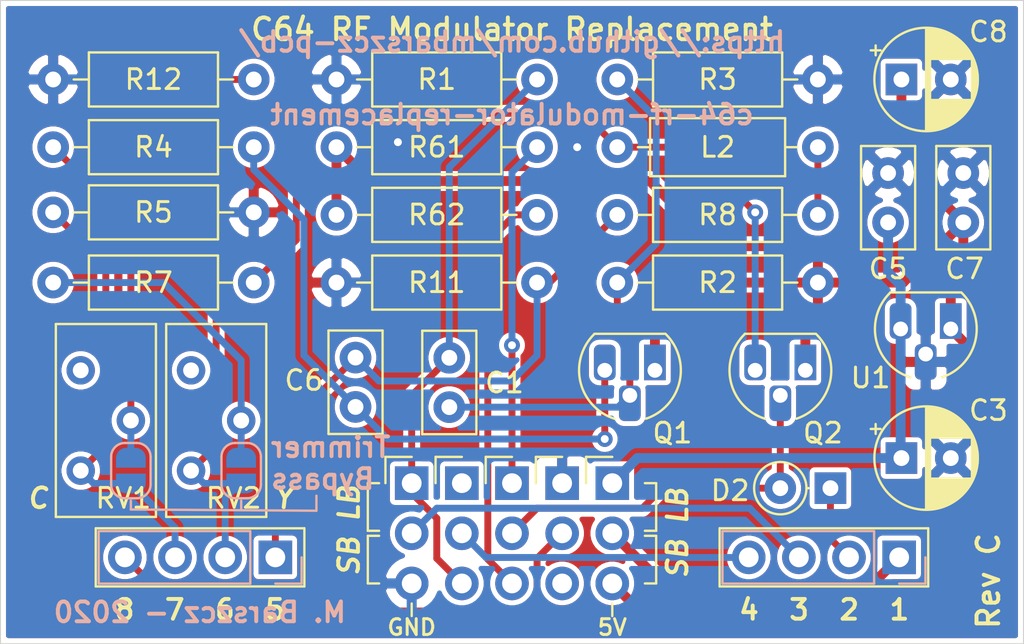
<source format=kicad_pcb>
(kicad_pcb (version 20171130) (host pcbnew "(5.1.5)-3")
  (layers (0 F.Cu signal) (31 B.Cu signal) (34 B.Paste user) (35 F.Paste user) (36 B.SilkS user) (37 F.SilkS user) (38 B.Mask user) (39 F.Mask user) (44 Edge.Cuts user))
  (net 0 "")
  (net 1 "Net-(C1-Pad2)")
  (net 2 GND)
  (net 3 9VUnreg)
  (net 4 "Net-(C6-Pad1)")
  (net 5 5V)
  (net 6 R6)
  (net 7 LumaIn)
  (net 8 "Net-(J1-Pad4)")
  (net 9 "Net-(J1-Pad3)")
  (net 10 "Net-(J1-Pad1)")
  (net 11 "Net-(J2-Pad4)")
  (net 12 ChromaOut)
  (net 13 LumaOut)
  (net 14 CompositeOut)
  (net 15 ChromaIn)
  (net 16 "Net-(JP5-Pad3)")
  (net 17 "Net-(JP5-Pad1)")
  (net 18 "Net-(L2-Pad1)")
  (net 19 "Net-(JP6-Pad1)")
  (net 20 "Net-(L2-Pad2)")
  (net 21 "Net-(JP7-Pad1)")
  (module Potentiometer_THT:Potentiometer_Bourns_3296Y_Vertical (layer F.Cu) (at 188.9887 123.19 90)
    (fp_text reference RV2 (at -6.477 2.159) (layer F.SilkS))
    (fp_text value 220)
    (pad 3 thru_hole circle (at -5.08 0 90) (size 1.44 1.44) (drill 0.8) (layers *.Cu *.Mask) (net 13 LumaOut))
    (pad 2 thru_hole circle (at -2.54 2.54 90) (size 1.44 1.44) (drill 0.8) (layers *.Cu *.Mask) (net 21 "Net-(JP7-Pad1)"))
    (pad 1 thru_hole circle (at 0 0 90) (size 1.44 1.44) (drill 0.8) (layers *.Cu *.Mask))
  )
  (module Jumper:SolderJumper-2_P1.3mm_Open_RoundedPad1.0x1.5mm (layer B.Cu) (at 191.5287 128.27 270)
    (fp_text reference JP7 hide)
    (fp_text value "RV2 Bypass")
    (pad 2 smd custom (at 0.65 0 270) (size 1 0.5) (layers B.Cu B.Mask) (net 13 LumaOut) (options (clearance outline) (anchor rect)) (primitives (gr_circle (center 0 -0.25) (end 0.5 -0.25) (width 0)) (gr_circle (center 0 0.25) (end 0.5 0.25) (width 0)) (gr_poly (pts (xy 0 0.75) (xy -0.5 0.75) (xy -0.5 -0.75) (xy 0 -0.75)) (width 0))))
    (pad 1 smd custom (at -0.65 0 270) (size 1 0.5) (layers B.Cu B.Mask) (net 21 "Net-(JP7-Pad1)") (options (clearance outline) (anchor rect)) (primitives (gr_circle (center 0 -0.25) (end 0.5 -0.25) (width 0)) (gr_circle (center 0 0.25) (end 0.5 0.25) (width 0)) (gr_poly (pts (xy 0 0.75) (xy 0.5 0.75) (xy 0.5 -0.75) (xy 0 -0.75)) (width 0))))
  )
  (module Potentiometer_THT:Potentiometer_Bourns_3296Y_Vertical (layer F.Cu) (at 183.4007 123.19 90)
    (fp_text reference RV1 (at -6.477 2.159 180) (layer F.SilkS))
    (fp_text value 1K)
    (pad 3 thru_hole circle (at -5.08 0 90) (size 1.44 1.44) (drill 0.8) (layers *.Cu *.Mask) (net 12 ChromaOut))
    (pad 2 thru_hole circle (at -2.54 2.54 90) (size 1.44 1.44) (drill 0.8) (layers *.Cu *.Mask) (net 19 "Net-(JP6-Pad1)"))
    (pad 1 thru_hole circle (at 0 0 90) (size 1.44 1.44) (drill 0.8) (layers *.Cu *.Mask))
  )
  (module Jumper:SolderJumper-2_P1.3mm_Open_RoundedPad1.0x1.5mm (layer B.Cu) (at 185.9407 128.27 270)
    (fp_text reference JP6 hide)
    (fp_text value "RV1 Bypass")
    (pad 2 smd custom (at 0.65 0 270) (size 1 0.5) (layers B.Cu B.Mask) (net 12 ChromaOut) (options (clearance outline) (anchor rect)) (primitives (gr_circle (center 0 -0.25) (end 0.5 -0.25) (width 0)) (gr_circle (center 0 0.25) (end 0.5 0.25) (width 0)) (gr_poly (pts (xy 0 0.75) (xy -0.5 0.75) (xy -0.5 -0.75) (xy 0 -0.75)) (width 0))))
    (pad 1 smd custom (at -0.65 0 270) (size 1 0.5) (layers B.Cu B.Mask) (net 19 "Net-(JP6-Pad1)") (options (clearance outline) (anchor rect)) (primitives (gr_circle (center 0 -0.25) (end 0.5 -0.25) (width 0)) (gr_circle (center 0 0.25) (end 0.5 0.25) (width 0)) (gr_poly (pts (xy 0 0.75) (xy 0.5 0.75) (xy 0.5 -0.75) (xy 0 -0.75)) (width 0))))
  )
  (module Resistor_THT:R_Axial_DIN0207_L6.3mm_D2.5mm_P10.16mm_Horizontal (layer F.Cu) (at 210.5787 108.458)
    (fp_text reference R3 (at 5.08 0) (layer F.SilkS))
    (fp_text value 5.6K)
    (pad 2 thru_hole oval (at 10.16 0) (size 1.6 1.6) (drill 0.8) (layers *.Cu *.Mask) (net 2 GND))
    (pad 1 thru_hole circle (at 0 0) (size 1.6 1.6) (drill 0.8) (layers *.Cu *.Mask) (net 1 "Net-(C1-Pad2)"))
  )
  (module Resistor_THT:R_Axial_DIN0207_L6.3mm_D2.5mm_P10.16mm_Horizontal (layer F.Cu) (at 192.1637 108.458 180)
    (fp_text reference R12 (at 5.08 0) (layer F.SilkS))
    (fp_text value 150)
    (pad 2 thru_hole oval (at 10.16 0 180) (size 1.6 1.6) (drill 0.8) (layers *.Cu *.Mask) (net 2 GND))
    (pad 1 thru_hole circle (at 0 0 180) (size 1.6 1.6) (drill 0.8) (layers *.Cu *.Mask) (net 13 LumaOut))
  )
  (module Resistor_THT:R_Axial_DIN0207_L6.3mm_D2.5mm_P10.16mm_Horizontal (layer F.Cu) (at 182.0037 118.745)
    (fp_text reference R7 (at 5.08 0) (layer F.SilkS))
    (fp_text value 75)
    (pad 2 thru_hole oval (at 10.16 0) (size 1.6 1.6) (drill 0.8) (layers *.Cu *.Mask) (net 18 "Net-(L2-Pad1)"))
    (pad 1 thru_hole circle (at 0 0) (size 1.6 1.6) (drill 0.8) (layers *.Cu *.Mask) (net 21 "Net-(JP7-Pad1)"))
  )
  (module "C64 RF Modulator Replacement:PinHeader_1x03_P2.54mm_Vertical-NoSilk" (layer F.Cu) (at 205.2447 128.905)
    (fp_text reference JP5 hide)
    (fp_text value Jumper_3_Open)
    (pad 1 thru_hole rect (at 0 0) (size 1.7 1.7) (drill 1) (layers *.Cu *.Mask) (net 17 "Net-(JP5-Pad1)"))
    (pad 2 thru_hole oval (at 0 2.54) (size 1.7 1.7) (drill 1) (layers *.Cu *.Mask) (net 6 R6))
    (pad 3 thru_hole oval (at 0 5.08) (size 1.7 1.7) (drill 1) (layers *.Cu *.Mask) (net 16 "Net-(JP5-Pad3)"))
  )
  (module "C64 RF Modulator Replacement:PinHeader_1x03_P2.54mm_Vertical-NoSilk" (layer F.Cu) (at 207.7847 128.905)
    (fp_text reference JP4 hide)
    (fp_text value Jumper_3_Open)
    (pad 1 thru_hole rect (at 0 0) (size 1.7 1.7) (drill 1) (layers *.Cu *.Mask) (net 2 GND))
    (pad 2 thru_hole oval (at 0 2.54) (size 1.7 1.7) (drill 1) (layers *.Cu *.Mask) (net 11 "Net-(J2-Pad4)"))
    (pad 3 thru_hole oval (at 0 5.08) (size 1.7 1.7) (drill 1) (layers *.Cu *.Mask))
  )
  (module "C64 RF Modulator Replacement:PinHeader_1x03_P2.54mm_Vertical-NoSilk" (layer F.Cu) (at 202.7047 128.905)
    (fp_text reference JP3 hide)
    (fp_text value Jumper_3_Open)
    (pad 1 thru_hole rect (at 0 0) (size 1.7 1.7) (drill 1) (layers *.Cu *.Mask))
    (pad 2 thru_hole oval (at 0 2.54) (size 1.7 1.7) (drill 1) (layers *.Cu *.Mask) (net 8 "Net-(J1-Pad4)"))
    (pad 3 thru_hole oval (at 0 5.08) (size 1.7 1.7) (drill 1) (layers *.Cu *.Mask) (net 15 ChromaIn))
  )
  (module "C64 RF Modulator Replacement:PinHeader_1x03_P2.54mm_Vertical-NoSilk" (layer F.Cu) (at 200.1647 128.905)
    (fp_text reference JP2 hide)
    (fp_text value Jumper_3_Open)
    (pad 1 thru_hole rect (at 0 0) (size 1.7 1.7) (drill 1) (layers *.Cu *.Mask) (net 15 ChromaIn))
    (pad 2 thru_hole oval (at 0 2.54) (size 1.7 1.7) (drill 1) (layers *.Cu *.Mask) (net 9 "Net-(J1-Pad3)"))
    (pad 3 thru_hole oval (at 0 5.08) (size 1.7 1.7) (drill 1) (layers *.Cu *.Mask) (net 2 GND))
  )
  (module "C64 RF Modulator Replacement:PinHeader_1x03_P2.54mm_Vertical-NoSilk" (layer F.Cu) (at 210.3247 128.905)
    (fp_text reference JP1 hide)
    (fp_text value Jumper_3_Open)
    (pad 1 thru_hole rect (at 0 0) (size 1.7 1.7) (drill 1) (layers *.Cu *.Mask) (net 3 9VUnreg))
    (pad 2 thru_hole oval (at 0 2.54) (size 1.7 1.7) (drill 1) (layers *.Cu *.Mask) (net 10 "Net-(J1-Pad1)"))
    (pad 3 thru_hole oval (at 0 5.08) (size 1.7 1.7) (drill 1) (layers *.Cu *.Mask) (net 5 5V))
  )
  (module Resistor_THT:R_Axial_DIN0207_L6.3mm_D2.5mm_P10.16mm_Horizontal (layer F.Cu) (at 206.5147 108.458 180)
    (fp_text reference R1 (at 5.08 0) (layer F.SilkS))
    (fp_text value 1K)
    (pad 2 thru_hole oval (at 10.16 0 180) (size 1.6 1.6) (drill 0.8) (layers *.Cu *.Mask) (net 2 GND))
    (pad 1 thru_hole circle (at 0 0 180) (size 1.6 1.6) (drill 0.8) (layers *.Cu *.Mask) (net 15 ChromaIn))
  )
  (module Capacitor_THT:C_Disc_D5.0mm_W2.5mm_P2.50mm (layer F.Cu) (at 197.3199 125.0442 90)
    (fp_text reference C6 (at 1.3462 -2.6162) (layer F.SilkS))
    (fp_text value 68pF)
    (pad 2 thru_hole circle (at 2.5 0 90) (size 1.6 1.6) (drill 0.8) (layers *.Cu *.Mask) (net 14 CompositeOut))
    (pad 1 thru_hole circle (at 0 0 90) (size 1.6 1.6) (drill 0.8) (layers *.Cu *.Mask) (net 4 "Net-(C6-Pad1)"))
  )
  (module Connector_PinHeader_2.54mm:PinHeader_1x04_P2.54mm_Vertical (layer B.Cu) (at 224.85588 132.6632 90)
    (fp_text reference J1 hide)
    (fp_text value Conn_01x04_Male)
    (pad 1 thru_hole rect (at 0 0 90) (size 1.7 1.7) (drill 1) (layers *.Cu *.Mask) (net 10 "Net-(J1-Pad1)"))
    (pad 2 thru_hole oval (at 0 -2.54 90) (size 1.7 1.7) (drill 1) (layers *.Cu *.Mask) (net 7 LumaIn))
    (pad 3 thru_hole oval (at 0 -5.08 90) (size 1.7 1.7) (drill 1) (layers *.Cu *.Mask) (net 9 "Net-(J1-Pad3)"))
    (pad 4 thru_hole oval (at 0 -7.62 90) (size 1.7 1.7) (drill 1) (layers *.Cu *.Mask) (net 8 "Net-(J1-Pad4)"))
  )
  (module Diode_THT:D_DO-35_SOD27_P2.54mm_Vertical_KathodeUp (layer F.Cu) (at 221.3737 129.159 180)
    (fp_text reference D2 (at 5.08 -0.127) (layer F.SilkS))
    (fp_text value 1N4148)
    (pad 2 thru_hole oval (at 2.54 0 180) (size 1.6 1.6) (drill 0.8) (layers *.Cu *.Mask) (net 6 R6))
    (pad 1 thru_hole rect (at 0 0 180) (size 1.6 1.6) (drill 0.8) (layers *.Cu *.Mask) (net 7 LumaIn))
  )
  (module Package_TO_SOT_THT:TO-92_HandSolder (layer F.Cu) (at 227.4697 121.0945 180)
    (fp_text reference U1 (at 4.064 -2.4765) (layer F.SilkS))
    (fp_text value 78L05 hide)
    (pad 2 thru_hole roundrect (at 1.27 -1.27 180) (size 1.1 1.8) (drill 0.75 (offset 0 -0.4)) (layers *.Cu *.Mask) (net 2 GND))
    (pad 3 thru_hole roundrect (at 2.54 0 180) (size 1.1 1.8) (drill 0.75 (offset 0 0.4)) (layers *.Cu *.Mask) (net 3 9VUnreg))
    (pad 1 thru_hole rect (at 0 0 180) (size 1.1 1.8) (drill 0.75 (offset 0 0.4)) (layers *.Cu *.Mask) (net 5 5V))
  )
  (module Package_TO_SOT_THT:TO-92_HandSolder (layer F.Cu) (at 220.1037 123.19 180)
    (fp_text reference Q2 (at -0.889 -3.175) (layer F.SilkS))
    (fp_text value BC547)
    (pad 1 thru_hole rect (at 0 0 180) (size 1.1 1.8) (drill 0.75 (offset 0 0.4)) (layers *.Cu *.Mask) (net 5 5V))
    (pad 3 thru_hole roundrect (at 2.54 0 180) (size 1.1 1.8) (drill 0.75 (offset 0 0.4)) (layers *.Cu *.Mask) (net 18 "Net-(L2-Pad1)"))
    (pad 2 thru_hole roundrect (at 1.27 -1.27 180) (size 1.1 1.8) (drill 0.75 (offset 0 -0.4)) (layers *.Cu *.Mask) (net 6 R6))
  )
  (module Package_TO_SOT_THT:TO-92_HandSolder (layer F.Cu) (at 212.4837 123.19 180)
    (fp_text reference Q1 (at -0.889 -3.175) (layer F.SilkS))
    (fp_text value BC547)
    (pad 1 thru_hole rect (at 0 0 180) (size 1.1 1.8) (drill 0.75 (offset 0 0.4)) (layers *.Cu *.Mask) (net 5 5V))
    (pad 3 thru_hole roundrect (at 2.54 0 180) (size 1.1 1.8) (drill 0.75 (offset 0 0.4)) (layers *.Cu *.Mask) (net 4 "Net-(C6-Pad1)"))
    (pad 2 thru_hole roundrect (at 1.27 -1.27 180) (size 1.1 1.8) (drill 0.75 (offset 0 -0.4)) (layers *.Cu *.Mask) (net 1 "Net-(C1-Pad2)"))
  )
  (module Resistor_THT:R_Axial_DIN0207_L6.3mm_D2.5mm_P10.16mm_Horizontal (layer F.Cu) (at 206.5147 115.316 180)
    (fp_text reference R62 (at 5.08 0) (layer F.SilkS))
    (fp_text value 1K)
    (pad 2 thru_hole oval (at 10.16 0 180) (size 1.6 1.6) (drill 0.8) (layers *.Cu *.Mask) (net 5 5V))
    (pad 1 thru_hole circle (at 0 0 180) (size 1.6 1.6) (drill 0.8) (layers *.Cu *.Mask) (net 16 "Net-(JP5-Pad3)"))
  )
  (module Resistor_THT:R_Axial_DIN0207_L6.3mm_D2.5mm_P10.16mm_Horizontal (layer F.Cu) (at 206.5147 111.887 180)
    (fp_text reference R61 (at 5.08 0) (layer F.SilkS))
    (fp_text value 470)
    (pad 2 thru_hole oval (at 10.16 0 180) (size 1.6 1.6) (drill 0.8) (layers *.Cu *.Mask) (net 5 5V))
    (pad 1 thru_hole circle (at 0 0 180) (size 1.6 1.6) (drill 0.8) (layers *.Cu *.Mask) (net 17 "Net-(JP5-Pad1)"))
  )
  (module Resistor_THT:R_Axial_DIN0207_L6.3mm_D2.5mm_P10.16mm_Horizontal (layer F.Cu) (at 206.5147 118.745 180)
    (fp_text reference R11 (at 5.08 0) (layer F.SilkS))
    (fp_text value 150 hide)
    (pad 2 thru_hole oval (at 10.16 0 180) (size 1.6 1.6) (drill 0.8) (layers *.Cu *.Mask) (net 2 GND))
    (pad 1 thru_hole circle (at 0 0 180) (size 1.6 1.6) (drill 0.8) (layers *.Cu *.Mask) (net 14 CompositeOut))
  )
  (module Resistor_THT:R_Axial_DIN0207_L6.3mm_D2.5mm_P10.16mm_Horizontal (layer F.Cu) (at 210.5787 115.316)
    (fp_text reference R8 (at 5.08 0) (layer F.SilkS))
    (fp_text value 150)
    (pad 2 thru_hole oval (at 10.16 0) (size 1.6 1.6) (drill 0.8) (layers *.Cu *.Mask) (net 20 "Net-(L2-Pad2)"))
    (pad 1 thru_hole circle (at 0 0) (size 1.6 1.6) (drill 0.8) (layers *.Cu *.Mask) (net 14 CompositeOut))
  )
  (module Resistor_THT:R_Axial_DIN0207_L6.3mm_D2.5mm_P10.16mm_Horizontal (layer F.Cu) (at 182.0037 115.189)
    (fp_text reference R5 (at 5.08 0) (layer F.SilkS))
    (fp_text value 220)
    (pad 2 thru_hole oval (at 10.16 0) (size 1.6 1.6) (drill 0.8) (layers *.Cu *.Mask) (net 2 GND))
    (pad 1 thru_hole circle (at 0 0) (size 1.6 1.6) (drill 0.8) (layers *.Cu *.Mask) (net 12 ChromaOut))
  )
  (module Resistor_THT:R_Axial_DIN0207_L6.3mm_D2.5mm_P10.16mm_Horizontal (layer F.Cu) (at 182.0037 111.887)
    (fp_text reference R4 (at 5.08 0) (layer F.SilkS))
    (fp_text value 33)
    (pad 2 thru_hole oval (at 10.16 0) (size 1.6 1.6) (drill 0.8) (layers *.Cu *.Mask) (net 4 "Net-(C6-Pad1)"))
    (pad 1 thru_hole circle (at 0 0) (size 1.6 1.6) (drill 0.8) (layers *.Cu *.Mask) (net 19 "Net-(JP6-Pad1)"))
  )
  (module Resistor_THT:R_Axial_DIN0207_L6.3mm_D2.5mm_P10.16mm_Horizontal (layer F.Cu) (at 220.7387 118.745 180)
    (fp_text reference R2 (at 5.08 0) (layer F.SilkS))
    (fp_text value 3.3K)
    (pad 2 thru_hole oval (at 10.16 0 180) (size 1.6 1.6) (drill 0.8) (layers *.Cu *.Mask) (net 1 "Net-(C1-Pad2)"))
    (pad 1 thru_hole circle (at 0 0 180) (size 1.6 1.6) (drill 0.8) (layers *.Cu *.Mask) (net 5 5V))
  )
  (module Inductor_THT:L_Axial_L6.6mm_D2.7mm_P10.16mm_Horizontal_Vishay_IM-2 (layer F.Cu) (at 210.5787 111.887)
    (fp_text reference L2 (at 5.08 0) (layer F.SilkS))
    (fp_text value 10uH)
    (pad 2 thru_hole oval (at 10.16 0) (size 1.6 1.6) (drill 0.8) (layers *.Cu *.Mask) (net 20 "Net-(L2-Pad2)"))
    (pad 1 thru_hole circle (at 0 0) (size 1.6 1.6) (drill 0.8) (layers *.Cu *.Mask) (net 18 "Net-(L2-Pad1)"))
  )
  (module Connector_PinHeader_2.54mm:PinHeader_1x04_P2.54mm_Vertical (layer B.Cu) (at 193.25828 132.6632 90)
    (fp_text reference J2 hide)
    (fp_text value Conn_01x04_Male)
    (pad 1 thru_hole rect (at 0 0 90) (size 1.7 1.7) (drill 1) (layers *.Cu *.Mask) (net 14 CompositeOut))
    (pad 2 thru_hole oval (at 0 -2.54 90) (size 1.7 1.7) (drill 1) (layers *.Cu *.Mask) (net 13 LumaOut))
    (pad 3 thru_hole oval (at 0 -5.08 90) (size 1.7 1.7) (drill 1) (layers *.Cu *.Mask) (net 12 ChromaOut))
    (pad 4 thru_hole oval (at 0 -7.62 90) (size 1.7 1.7) (drill 1) (layers *.Cu *.Mask) (net 11 "Net-(J2-Pad4)"))
  )
  (module Capacitor_THT:CP_Radial_D5.0mm_P2.50mm (layer F.Cu) (at 224.9697 108.458)
    (fp_text reference C8 (at 4.405 -2.413) (layer F.SilkS))
    (fp_text value 10uF)
    (pad 2 thru_hole circle (at 2.5 0) (size 1.6 1.6) (drill 0.8) (layers *.Cu *.Mask) (net 2 GND))
    (pad 1 thru_hole rect (at 0 0) (size 1.6 1.6) (drill 0.8) (layers *.Cu *.Mask) (net 5 5V))
  )
  (module Capacitor_THT:C_Disc_D5.0mm_W2.5mm_P2.50mm (layer F.Cu) (at 228.1047 115.697 90)
    (fp_text reference C7 (at -2.3495 0.0635 180) (layer F.SilkS))
    (fp_text value 0.1uF)
    (pad 1 thru_hole circle (at 0 0 90) (size 1.6 1.6) (drill 0.8) (layers *.Cu *.Mask) (net 5 5V))
    (pad 2 thru_hole circle (at 2.5 0 90) (size 1.6 1.6) (drill 0.8) (layers *.Cu *.Mask) (net 2 GND))
  )
  (module Capacitor_THT:C_Disc_D5.0mm_W2.5mm_P2.50mm (layer F.Cu) (at 224.2947 115.697 90)
    (fp_text reference C5 (at -2.3495 0 180) (layer F.SilkS))
    (fp_text value 0.33uF)
    (pad 1 thru_hole circle (at 0 0 90) (size 1.6 1.6) (drill 0.8) (layers *.Cu *.Mask) (net 3 9VUnreg))
    (pad 2 thru_hole circle (at 2.5 0 90) (size 1.6 1.6) (drill 0.8) (layers *.Cu *.Mask) (net 2 GND))
  )
  (module Capacitor_THT:CP_Radial_D5.0mm_P2.50mm (layer F.Cu) (at 224.9697 127.635)
    (fp_text reference C3 (at 4.405 -2.413) (layer F.SilkS))
    (fp_text value 10uF)
    (pad 2 thru_hole circle (at 2.5 0) (size 1.6 1.6) (drill 0.8) (layers *.Cu *.Mask) (net 2 GND))
    (pad 1 thru_hole rect (at 0 0) (size 1.6 1.6) (drill 0.8) (layers *.Cu *.Mask) (net 3 9VUnreg))
  )
  (module Capacitor_THT:C_Disc_D5.0mm_W2.5mm_P2.50mm (layer F.Cu) (at 202.0697 122.555 270)
    (fp_text reference C1 (at 1.27 -2.794 180) (layer F.SilkS))
    (fp_text value 330pF)
    (pad 1 thru_hole circle (at 0 0 270) (size 1.6 1.6) (drill 0.8) (layers *.Cu *.Mask) (net 15 ChromaIn))
    (pad 2 thru_hole circle (at 2.5 0 270) (size 1.6 1.6) (drill 0.8) (layers *.Cu *.Mask) (net 1 "Net-(C1-Pad2)"))
  )
  (gr_text c64-rf-modulator-replacement (at 205.2447 110.236) (layer B.SilkS) (effects (font (size 1 1) (thickness 0.2)) (justify mirror)))
  (gr_line (start 195.3387 130.302) (end 195.3387 129.54) (layer B.SilkS) (width 0.12))
  (gr_text 5V (at 210.3247 136.2075) (layer F.SilkS) (effects (font (size 0.8 0.8))))
  (gr_line (start 210.3247 135.636) (end 210.3247 135.001) (layer F.SilkS) (width 0.12))
  (gr_line (start 185.9407 130.2385) (end 185.9407 129.794) (layer B.SilkS) (width 0.12))
  (gr_line (start 195.3387 130.302) (end 185.9407 130.2385) (layer B.SilkS) (width 0.12))
  (gr_line (start 191.5287 130.2385) (end 191.5287 129.794) (layer B.SilkS) (width 0.12))
  (gr_text "Trimmer\nBypass" (at 192.9257 127.889) (layer B.SilkS) (effects (font (size 1 1) (thickness 0.2)) (justify right mirror)))
  (gr_text C (at 181.2417 129.667) (layer F.SilkS) (effects (font (size 1 1) (thickness 0.2) italic)))
  (gr_line (start 194.7291 134.1374) (end 184.1627 134.1374) (layer F.SilkS) (width 0.12))
  (gr_line (start 184.1627 131.191) (end 194.7291 131.191) (layer F.SilkS) (width 0.12))
  (gr_line (start 184.1627 134.1374) (end 184.1627 131.191) (layer F.SilkS) (width 0.12))
  (gr_line (start 194.7291 131.191) (end 194.7291 134.1374) (layer F.SilkS) (width 0.12))
  (gr_line (start 215.7603 134.1374) (end 215.7603 131.191) (layer F.SilkS) (width 0.12))
  (gr_line (start 226.3267 134.1374) (end 215.7603 134.1374) (layer F.SilkS) (width 0.12))
  (gr_line (start 226.3267 131.191) (end 226.3267 134.1374) (layer F.SilkS) (width 0.12))
  (gr_line (start 215.7603 131.191) (end 226.3267 131.191) (layer F.SilkS) (width 0.12))
  (gr_text Y (at 193.6877 129.667) (layer F.SilkS) (effects (font (size 1 1) (thickness 0.2) italic)))
  (gr_line (start 179.3367 137.033) (end 179.3367 104.4575) (layer Edge.Cuts) (width 0.05))
  (gr_text https://github.com/mbarszcz-pcb/ (at 205.2447 106.553) (layer B.SilkS) (effects (font (size 1 1) (thickness 0.2)) (justify mirror)))
  (gr_text LB (at 196.9897 129.921 90) (layer F.SilkS) (effects (font (size 1 1) (thickness 0.2) italic)))
  (gr_text SB (at 196.9897 132.588 90) (layer F.SilkS) (effects (font (size 1 1) (thickness 0.2) italic)))
  (gr_text "Rev C" (at 229.3747 133.858 90) (layer F.SilkS) (effects (font (size 1.1 1.1) (thickness 0.2))))
  (gr_text "C64 RF Modulator Replacement" (at 205.2447 105.918) (layer F.SilkS) (effects (font (size 1.1 1.1) (thickness 0.2))))
  (gr_line (start 231.1527 137.033) (end 231.1527 104.4575) (layer Edge.Cuts) (width 0.05))
  (gr_text "M. Barszcz - 2020" (at 189.4332 135.4455) (layer B.SilkS) (effects (font (size 1 1) (thickness 0.2)) (justify mirror)))
  (gr_text 8 (at 185.6232 135.3185) (layer F.SilkS) (effects (font (size 1 1) (thickness 0.2))))
  (gr_text 7 (at 188.1632 135.3185) (layer F.SilkS) (effects (font (size 1 1) (thickness 0.2))))
  (gr_text 6 (at 190.7032 135.3185) (layer F.SilkS) (effects (font (size 1 1) (thickness 0.2))))
  (gr_text 5 (at 193.2432 135.3185) (layer F.SilkS) (effects (font (size 1 1) (thickness 0.2))))
  (gr_text 1 (at 224.8662 135.3185) (layer F.SilkS) (effects (font (size 1 1) (thickness 0.2))))
  (gr_text 2 (at 222.3262 135.3185) (layer F.SilkS) (effects (font (size 1 1) (thickness 0.2))))
  (gr_text 3 (at 219.7862 135.3185) (layer F.SilkS) (effects (font (size 1 1) (thickness 0.2))))
  (gr_text 4 (at 217.2462 135.3185) (layer F.SilkS) (effects (font (size 1 1) (thickness 0.2))))
  (gr_line (start 212.5472 131.572) (end 212.5472 133.985) (layer F.SilkS) (width 0.12))
  (gr_line (start 212.5472 131.572) (end 211.9757 131.572) (layer F.SilkS) (width 0.12))
  (gr_line (start 212.5472 133.985) (end 211.9757 133.985) (layer F.SilkS) (width 0.12))
  (gr_line (start 212.5472 128.905) (end 212.5472 131.318) (layer F.SilkS) (width 0.12))
  (gr_line (start 211.9757 128.905) (end 212.5472 128.905) (layer F.SilkS) (width 0.12))
  (gr_line (start 212.5472 131.318) (end 211.9757 131.318) (layer F.SilkS) (width 0.12))
  (gr_line (start 198.5137 131.572) (end 197.9422 131.572) (layer F.SilkS) (width 0.12))
  (gr_line (start 197.9422 131.572) (end 197.9422 133.985) (layer F.SilkS) (width 0.12))
  (gr_line (start 198.5137 133.985) (end 197.9422 133.985) (layer F.SilkS) (width 0.12))
  (gr_line (start 198.5137 131.318) (end 197.9422 131.318) (layer F.SilkS) (width 0.12))
  (gr_line (start 197.9422 128.905) (end 198.5137 128.905) (layer F.SilkS) (width 0.12))
  (gr_line (start 197.9422 128.905) (end 197.9422 131.318) (layer F.SilkS) (width 0.12))
  (gr_text SB (at 213.6267 132.715 90) (layer F.SilkS) (effects (font (size 1 1) (thickness 0.2) italic)))
  (gr_text LB (at 213.6267 130.048 90) (layer F.SilkS) (effects (font (size 1 1) (thickness 0.2) italic)))
  (gr_text GND (at 200.1647 136.2075) (layer F.SilkS) (effects (font (size 0.8 0.8))))
  (gr_line (start 200.1647 135.636) (end 200.1647 135.001) (layer F.SilkS) (width 0.12))
  (gr_line (start 179.3367 104.4575) (end 231.1527 104.4575) (layer Edge.Cuts) (width 0.05))
  (gr_line (start 179.3367 137.033) (end 231.1527 137.033) (layer Edge.Cuts) (width 0.05))
  (segment (start 210.5787 119.0225) (end 210.5787 118.745) (width 0.35) (layer B.Cu) (net 1))
  (segment (start 210.8962 118.745) (end 210.5787 118.745) (width 0.35) (layer F.Cu) (net 1))
  (segment (start 212.5472 110.4265) (end 210.5787 108.458) (width 0.35) (layer B.Cu) (net 1))
  (segment (start 210.5787 118.745) (end 212.5472 116.7765) (width 0.35) (layer B.Cu) (net 1))
  (segment (start 212.5472 116.7765) (end 212.5472 110.4265) (width 0.35) (layer B.Cu) (net 1))
  (segment (start 211.2137 120.51137) (end 211.2137 124.46) (width 0.35) (layer F.Cu) (net 1))
  (segment (start 210.5787 119.87637) (end 211.2137 120.51137) (width 0.35) (layer F.Cu) (net 1))
  (segment (start 210.5787 118.745) (end 210.5787 119.87637) (width 0.35) (layer F.Cu) (net 1))
  (segment (start 210.6187 125.055) (end 202.0697 125.055) (width 0.35) (layer B.Cu) (net 1))
  (segment (start 211.2137 124.46) (end 210.6187 125.055) (width 0.35) (layer B.Cu) (net 1))
  (via (at 208.5467 111.887) (size 0.8) (drill 0.4) (layers F.Cu B.Cu) (net 2))
  (via (at 199.4662 111.633) (size 0.8) (drill 0.4) (layers F.Cu B.Cu) (net 2))
  (segment (start 224.9697 121.071) (end 224.9297 121.031) (width 0.5) (layer B.Cu) (net 3))
  (segment (start 210.3247 128.905) (end 211.5947 127.635) (width 0.5) (layer B.Cu) (net 3))
  (segment (start 211.5947 127.635) (end 224.9697 127.635) (width 0.5) (layer B.Cu) (net 3))
  (segment (start 224.9297 118.872) (end 224.2947 118.237) (width 0.5) (layer B.Cu) (net 3))
  (segment (start 224.2947 118.237) (end 224.2947 115.697) (width 0.5) (layer B.Cu) (net 3))
  (segment (start 224.9697 127.635) (end 224.9297 127.595) (width 0.5) (layer B.Cu) (net 3))
  (segment (start 224.9297 127.595) (end 224.9297 118.872) (width 0.5) (layer B.Cu) (net 3))
  (segment (start 194.7037 122.428) (end 197.3199 125.0442) (width 0.35) (layer B.Cu) (net 4))
  (segment (start 192.1637 111.887) (end 192.1637 113.01837) (width 0.35) (layer B.Cu) (net 4))
  (segment (start 194.7037 115.55837) (end 194.7037 122.428) (width 0.35) (layer B.Cu) (net 4))
  (segment (start 192.1637 113.01837) (end 194.7037 115.55837) (width 0.35) (layer B.Cu) (net 4))
  (via (at 209.9437 126.669802) (size 0.8) (drill 0.4) (layers F.Cu B.Cu) (net 4))
  (segment (start 209.9437 123.19) (end 209.9437 126.669802) (width 0.35) (layer F.Cu) (net 4))
  (segment (start 197.3199 125.0442) (end 198.945502 126.669802) (width 0.35) (layer B.Cu) (net 4))
  (segment (start 198.945502 126.669802) (end 209.9437 126.669802) (width 0.35) (layer B.Cu) (net 4))
  (segment (start 196.3547 115.316) (end 196.3547 111.887) (width 0.5) (layer F.Cu) (net 5))
  (segment (start 227.5967 121.158) (end 227.4697 121.158) (width 0.5) (layer F.Cu) (net 5))
  (segment (start 228.1047 118.1735) (end 227.4697 118.8085) (width 0.5) (layer F.Cu) (net 5))
  (segment (start 220.1037 120.777) (end 220.1037 123.19) (width 0.5) (layer F.Cu) (net 5))
  (segment (start 220.7387 118.745) (end 220.7387 120.142) (width 0.5) (layer F.Cu) (net 5))
  (segment (start 220.7387 120.142) (end 220.1037 120.777) (width 0.5) (layer F.Cu) (net 5))
  (segment (start 212.4837 121.158) (end 214.8967 118.745) (width 0.5) (layer F.Cu) (net 5))
  (segment (start 212.4837 123.19) (end 212.4837 121.158) (width 0.5) (layer F.Cu) (net 5))
  (segment (start 214.9602 118.745) (end 214.8967 118.745) (width 0.5) (layer F.Cu) (net 5))
  (segment (start 214.8967 118.745) (end 220.7387 118.745) (width 0.5) (layer F.Cu) (net 5))
  (segment (start 220.7387 117.602) (end 220.7387 118.745) (width 0.5) (layer F.Cu) (net 5))
  (segment (start 198.0692 113.6015) (end 212.2297 113.6015) (width 0.5) (layer F.Cu) (net 5))
  (segment (start 212.2297 113.6015) (end 215.5317 116.9035) (width 0.5) (layer F.Cu) (net 5))
  (segment (start 196.3547 111.887) (end 198.0692 113.6015) (width 0.5) (layer F.Cu) (net 5))
  (segment (start 215.5317 116.9035) (end 220.0402 116.9035) (width 0.5) (layer F.Cu) (net 5))
  (segment (start 220.0402 116.9035) (end 220.7387 117.602) (width 0.5) (layer F.Cu) (net 5))
  (segment (start 228.1047 118.1735) (end 228.1047 115.697) (width 0.5) (layer F.Cu) (net 5))
  (segment (start 225.0567 118.745) (end 228.1047 115.697) (width 0.5) (layer F.Cu) (net 5))
  (segment (start 220.7387 118.745) (end 225.0567 118.745) (width 0.5) (layer F.Cu) (net 5))
  (segment (start 227.4697 118.8085) (end 227.4697 121.0945) (width 0.5) (layer F.Cu) (net 5))
  (segment (start 229.4382 123.063) (end 227.4697 121.0945) (width 0.5) (layer F.Cu) (net 5))
  (segment (start 229.4382 131.5085) (end 229.4382 123.063) (width 0.5) (layer F.Cu) (net 5))
  (segment (start 225.8187 135.128) (end 229.4382 131.5085) (width 0.5) (layer F.Cu) (net 5))
  (segment (start 210.3247 133.985) (end 211.4677 135.128) (width 0.5) (layer F.Cu) (net 5))
  (segment (start 211.4677 135.128) (end 225.8187 135.128) (width 0.5) (layer F.Cu) (net 5))
  (segment (start 226.1997 113.792) (end 228.1047 115.697) (width 0.5) (layer F.Cu) (net 5))
  (segment (start 226.1997 110.8964) (end 226.1997 113.792) (width 0.5) (layer F.Cu) (net 5))
  (segment (start 224.9697 108.458) (end 224.9697 109.6664) (width 0.5) (layer F.Cu) (net 5))
  (segment (start 224.9697 109.6664) (end 226.1997 110.8964) (width 0.5) (layer F.Cu) (net 5))
  (segment (start 206.5147 130.175) (end 205.2447 131.445) (width 0.35) (layer F.Cu) (net 6))
  (segment (start 211.8487 130.175) (end 206.5147 130.175) (width 0.35) (layer F.Cu) (net 6))
  (segment (start 218.8337 129.159) (end 212.8647 129.159) (width 0.35) (layer F.Cu) (net 6))
  (segment (start 212.8647 129.159) (end 211.8487 130.175) (width 0.35) (layer F.Cu) (net 6))
  (segment (start 218.8337 129.159) (end 218.8337 124.46) (width 0.35) (layer F.Cu) (net 6))
  (segment (start 221.3737 131.72102) (end 221.3737 129.159) (width 0.35) (layer F.Cu) (net 7))
  (segment (start 222.31588 132.6632) (end 221.3737 131.72102) (width 0.35) (layer F.Cu) (net 7))
  (segment (start 203.929701 132.670001) (end 202.7047 131.445) (width 0.35) (layer B.Cu) (net 8))
  (segment (start 217.23588 132.6632) (end 217.229079 132.670001) (width 0.35) (layer B.Cu) (net 8))
  (segment (start 217.229079 132.670001) (end 203.929701 132.670001) (width 0.35) (layer B.Cu) (net 8))
  (segment (start 201.4347 130.175) (end 200.1647 131.445) (width 0.35) (layer B.Cu) (net 9))
  (segment (start 219.77588 132.6632) (end 217.28768 130.175) (width 0.35) (layer B.Cu) (net 9))
  (segment (start 217.28768 130.175) (end 201.4347 130.175) (width 0.35) (layer B.Cu) (net 9))
  (segment (start 224.85588 132.78882) (end 224.85588 132.6632) (width 0.35) (layer F.Cu) (net 10))
  (segment (start 223.15308 134.366) (end 224.85588 132.6632) (width 0.5) (layer F.Cu) (net 10))
  (segment (start 213.2457 134.366) (end 210.3247 131.445) (width 0.5) (layer F.Cu) (net 10))
  (segment (start 223.15308 134.366) (end 213.2457 134.366) (width 0.5) (layer F.Cu) (net 10))
  (segment (start 185.63828 132.6632) (end 188.35708 135.382) (width 0.35) (layer F.Cu) (net 11))
  (segment (start 204.3557 135.382) (end 204.644702 135.382) (width 0.35) (layer F.Cu) (net 11))
  (segment (start 188.35708 135.382) (end 204.3557 135.382) (width 0.35) (layer F.Cu) (net 11))
  (segment (start 206.5147 134.528002) (end 205.660702 135.382) (width 0.35) (layer F.Cu) (net 11))
  (segment (start 205.660702 135.382) (end 204.3557 135.382) (width 0.35) (layer F.Cu) (net 11))
  (segment (start 206.5147 132.715) (end 206.5147 134.528002) (width 0.35) (layer F.Cu) (net 11))
  (segment (start 207.7847 131.445) (end 206.5147 132.715) (width 0.35) (layer F.Cu) (net 11))
  (segment (start 188.2267 132.61478) (end 188.17828 132.6632) (width 0.35) (layer F.Cu) (net 12))
  (segment (start 184.0507 128.92) (end 185.9407 128.92) (width 0.35) (layer B.Cu) (net 12))
  (segment (start 183.4007 128.27) (end 184.0507 128.92) (width 0.35) (layer B.Cu) (net 12))
  (segment (start 188.17828 131.15758) (end 188.17828 132.6632) (width 0.35) (layer B.Cu) (net 12))
  (segment (start 185.9407 128.92) (end 188.17828 131.15758) (width 0.35) (layer B.Cu) (net 12))
  (segment (start 182.0037 115.189) (end 184.6707 117.856) (width 0.35) (layer F.Cu) (net 12))
  (segment (start 184.6707 127) (end 183.4007 128.27) (width 0.35) (layer F.Cu) (net 12))
  (segment (start 184.6707 117.856) (end 184.6707 127) (width 0.35) (layer F.Cu) (net 12))
  (segment (start 188.9887 128.27) (end 190.2587 127) (width 0.35) (layer F.Cu) (net 13))
  (segment (start 189.6387 128.92) (end 191.5287 128.92) (width 0.35) (layer B.Cu) (net 13))
  (segment (start 188.9887 128.27) (end 189.6387 128.92) (width 0.35) (layer B.Cu) (net 13))
  (segment (start 191.03233 108.458) (end 190.2587 109.23163) (width 0.35) (layer F.Cu) (net 13))
  (segment (start 190.2587 109.23163) (end 190.2587 127) (width 0.35) (layer F.Cu) (net 13))
  (segment (start 192.1637 108.458) (end 191.03233 108.458) (width 0.35) (layer F.Cu) (net 13))
  (segment (start 190.71828 129.65192) (end 190.71828 132.6632) (width 0.35) (layer B.Cu) (net 13))
  (segment (start 191.5287 128.92) (end 191.4502 128.92) (width 0.35) (layer B.Cu) (net 13))
  (segment (start 191.4502 128.92) (end 190.71828 129.65192) (width 0.35) (layer B.Cu) (net 13))
  (segment (start 207.0227 118.745) (end 206.5147 118.745) (width 0.35) (layer F.Cu) (net 14))
  (segment (start 206.8957 118.745) (end 206.5147 118.745) (width 0.35) (layer B.Cu) (net 14))
  (segment (start 210.5787 115.316) (end 210.3247 115.316) (width 0.35) (layer B.Cu) (net 14))
  (segment (start 207.1497 118.745) (end 206.5147 118.745) (width 0.35) (layer F.Cu) (net 14))
  (segment (start 210.5787 115.316) (end 207.1497 118.745) (width 0.35) (layer F.Cu) (net 14))
  (segment (start 198.505701 123.730001) (end 197.3199 122.5442) (width 0.35) (layer B.Cu) (net 14))
  (segment (start 205.216707 123.730001) (end 198.505701 123.730001) (width 0.35) (layer B.Cu) (net 14))
  (segment (start 206.5147 122.432008) (end 205.216707 123.730001) (width 0.35) (layer B.Cu) (net 14))
  (segment (start 206.5147 118.745) (end 206.5147 122.432008) (width 0.35) (layer B.Cu) (net 14))
  (segment (start 193.25828 126.60582) (end 193.25828 132.6632) (width 0.35) (layer F.Cu) (net 14))
  (segment (start 197.3199 122.5442) (end 193.25828 126.60582) (width 0.35) (layer F.Cu) (net 14))
  (segment (start 200.1647 128.905) (end 200.1647 129.413) (width 0.35) (layer F.Cu) (net 15))
  (segment (start 206.5147 108.458) (end 202.0697 112.903) (width 0.35) (layer B.Cu) (net 15))
  (segment (start 200.1647 124.46) (end 202.0697 122.555) (width 0.35) (layer F.Cu) (net 15))
  (segment (start 202.0697 112.903) (end 202.0697 122.555) (width 0.35) (layer B.Cu) (net 15))
  (segment (start 201.4347 132.715) (end 202.7047 133.985) (width 0.35) (layer F.Cu) (net 15))
  (segment (start 201.4347 130.683) (end 201.4347 132.715) (width 0.35) (layer F.Cu) (net 15))
  (segment (start 200.1647 129.413) (end 201.4347 130.683) (width 0.35) (layer F.Cu) (net 15))
  (segment (start 200.1647 128.905) (end 200.1647 124.46) (width 0.35) (layer F.Cu) (net 15))
  (segment (start 206.5147 115.316) (end 205.38333 115.316) (width 0.35) (layer F.Cu) (net 16))
  (segment (start 205.2447 133.985) (end 204.019699 132.759999) (width 0.35) (layer F.Cu) (net 16))
  (segment (start 204.019699 116.679631) (end 205.38333 115.316) (width 0.35) (layer F.Cu) (net 16))
  (segment (start 204.019699 132.759999) (end 204.019699 116.679631) (width 0.35) (layer F.Cu) (net 16))
  (via (at 205.2447 121.92) (size 0.8) (drill 0.4) (layers F.Cu B.Cu) (net 17))
  (segment (start 206.5147 111.887) (end 205.2447 113.157) (width 0.35) (layer B.Cu) (net 17))
  (segment (start 205.2447 113.157) (end 205.2447 121.92) (width 0.35) (layer B.Cu) (net 17))
  (segment (start 205.2447 128.905) (end 205.2447 121.92) (width 0.35) (layer F.Cu) (net 17))
  (via (at 217.5637 115.189) (size 0.8) (drill 0.4) (layers F.Cu B.Cu) (net 18))
  (segment (start 217.5002 115.189) (end 217.5637 115.189) (width 0.35) (layer F.Cu) (net 18))
  (segment (start 214.2617 111.887) (end 217.5637 115.189) (width 0.35) (layer F.Cu) (net 18))
  (segment (start 210.5787 111.887) (end 214.2617 111.887) (width 0.35) (layer F.Cu) (net 18))
  (segment (start 217.5637 115.189) (end 217.5637 123.19) (width 0.35) (layer B.Cu) (net 18))
  (segment (start 208.8642 110.1725) (end 210.5787 111.887) (width 0.35) (layer F.Cu) (net 18))
  (segment (start 195.5292 110.1725) (end 208.8642 110.1725) (width 0.35) (layer F.Cu) (net 18))
  (segment (start 194.3227 111.379) (end 195.5292 110.1725) (width 0.35) (layer F.Cu) (net 18))
  (segment (start 192.1637 118.745) (end 194.3227 116.586) (width 0.35) (layer F.Cu) (net 18))
  (segment (start 194.3227 116.586) (end 194.3227 111.379) (width 0.35) (layer F.Cu) (net 18))
  (segment (start 185.9407 125.73) (end 185.9407 127.62) (width 0.35) (layer B.Cu) (net 19))
  (segment (start 185.9407 115.824) (end 185.9407 125.73) (width 0.35) (layer F.Cu) (net 19))
  (segment (start 182.0037 111.887) (end 185.9407 115.824) (width 0.35) (layer F.Cu) (net 19))
  (segment (start 220.7387 111.887) (end 220.7387 115.316) (width 0.35) (layer F.Cu) (net 20))
  (segment (start 191.5287 122.682) (end 191.5287 125.73) (width 0.35) (layer B.Cu) (net 21))
  (segment (start 191.5287 125.73) (end 191.5287 127.62) (width 0.35) (layer B.Cu) (net 21))
  (segment (start 187.5917 118.745) (end 182.0037 118.745) (width 0.35) (layer B.Cu) (net 21))
  (segment (start 191.5287 122.682) (end 187.5917 118.745) (width 0.35) (layer B.Cu) (net 21))
  (zone (net 2) (net_name GND) (layer B.Cu) (connect_pads (clearance 0.254)) (min_thickness 0.254) (fill yes (arc_segments 32) (thermal_gap 0.508) (thermal_bridge_width 0.508))
    (polygon (pts (xy 231.1527 137.033) (xy 179.3367 137.033) (xy 179.3367 104.4575) (xy 231.1527 104.4575)))
  )
  (zone (net 2) (net_name GND) (layer F.Cu) (connect_pads (clearance 0.254)) (min_thickness 0.254) (fill yes (arc_segments 32) (thermal_gap 0.508) (thermal_bridge_width 0.508))
    (polygon (pts (xy 231.1527 137.033) (xy 179.3367 137.033) (xy 179.3367 104.4575) (xy 231.1527 104.4575)))
  )
  (zone (net 0) (net_name "") (layer F.Cu) (connect_pads (clearance 0.254)) (min_thickness 0.254)
    (keepout (tracks allowed) (vias allowed) (copperpour not_allowed))
    (fill (arc_segments 32) (thermal_gap 0.508) (thermal_bridge_width 0.508))
    (polygon (pts (xy 201.6887 129.921) (xy 201.1807 129.921) (xy 201.1807 128.143) (xy 201.6887 128.143)))
  )
  (zone (net 0) (net_name "") (layer B.Cu) (connect_pads (clearance 0.254)) (min_thickness 0.254)
    (keepout (tracks allowed) (vias allowed) (copperpour not_allowed))
    (fill (arc_segments 32) (thermal_gap 0.508) (thermal_bridge_width 0.508))
    (polygon (pts (xy 204.2287 133.096) (xy 203.2127 133.096) (xy 203.2127 132.588) (xy 204.2287 132.588)))
  )
)
</source>
